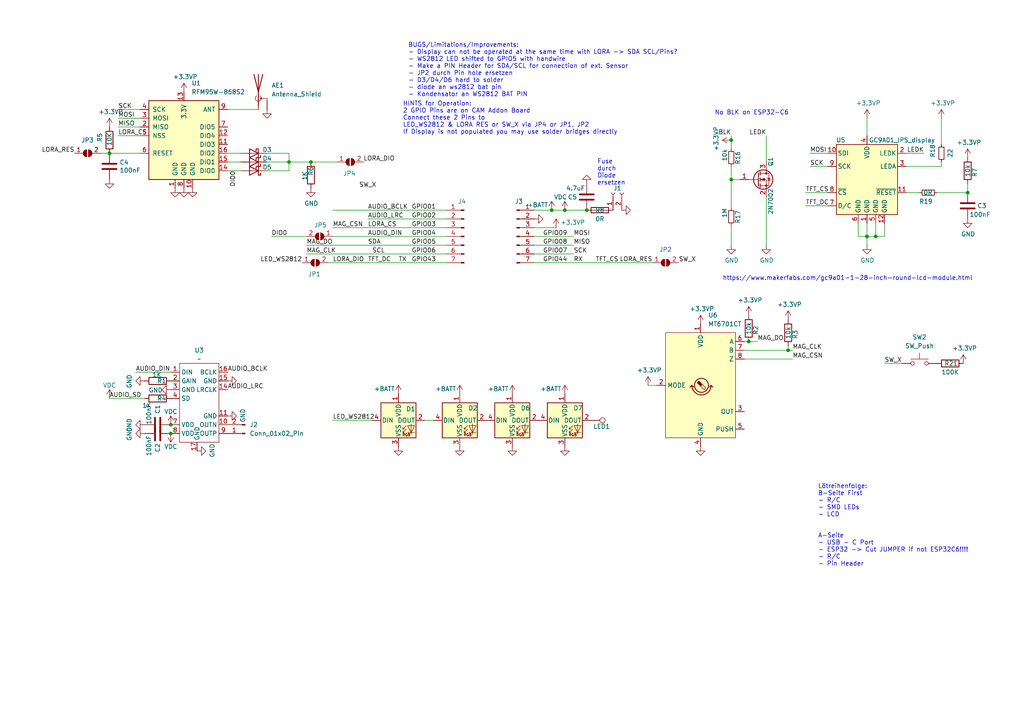
<source format=kicad_sch>
(kicad_sch (version 20231120) (generator "eeschema") (generator_version "8.0")
  (paper "A4")
  (lib_symbols
    (symbol "Connector:Conn_01x02_Female" (pin_names (offset 1.016) hide)
      (property "Reference" "J" (at 0 2.54 0))
      (property "Value" "Connector_Conn_01x02_Female" (at 0 -5.08 0))
      (symbol "Conn_01x02_Female_1_1"
        (arc (start 0 -2.032) (mid -0.508 -2.54) (end 0 -3.048) (stroke (width 0.1524)))
        (polyline (pts (xy -1.27 -2.54) (xy -0.508 -2.54)) (stroke (width 0.1524)))
        (polyline (pts (xy -1.27 0) (xy -0.508 0)) (stroke (width 0.1524)))
        (arc (start 0 0.508) (mid -0.508 0) (end 0 -0.508) (stroke (width 0.1524)))
        (pin passive line (at -5.08 0 0) (length 3.81) (name "Pin_1") (number "1"))
        (pin passive line (at -5.08 -2.54 0) (length 3.81) (name "Pin_2") (number "2"))
      )
    )
    (symbol "Connector:Conn_01x02_Pin" (pin_names (offset 1.016) hide)
      (property "Reference" "J" (at 0 2.54 0))
      (property "Value" "Conn_01x02_Pin" (at 0 -5.08 0))
      (symbol "Conn_01x02_Pin_1_1"
        (polyline (pts (xy 1.27 -2.54) (xy 0.8636 -2.54)) (stroke (width 0.1524)))
        (polyline (pts (xy 1.27 0) (xy 0.8636 0)) (stroke (width 0.1524)))
        (rectangle (start 0.8636 -2.413) (end 0 -2.667) (stroke (width 0.1524)) (fill (type outline)))
        (rectangle (start 0.8636 0.127) (end 0 -0.127) (stroke (width 0.1524)) (fill (type outline)))
        (pin passive line (at 5.08 0 180) (length 3.81) (name "Pin_1") (number "1"))
        (pin passive line (at 5.08 -2.54 180) (length 3.81) (name "Pin_2") (number "2"))
      )
    )
    (symbol "Connector:Conn_01x07_Pin" (pin_names (offset 1.016) hide)
      (property "Reference" "J" (at 0 10.16 0))
      (property "Value" "Conn_01x07_Pin" (at 0 -10.16 0))
      (symbol "Conn_01x07_Pin_1_1"
        (polyline (pts (xy 1.27 -7.62) (xy 0.8636 -7.62)) (stroke (width 0.1524)))
        (polyline (pts (xy 1.27 -5.08) (xy 0.8636 -5.08)) (stroke (width 0.1524)))
        (polyline (pts (xy 1.27 -2.54) (xy 0.8636 -2.54)) (stroke (width 0.1524)))
        (polyline (pts (xy 1.27 0) (xy 0.8636 0)) (stroke (width 0.1524)))
        (polyline (pts (xy 1.27 2.54) (xy 0.8636 2.54)) (stroke (width 0.1524)))
        (polyline (pts (xy 1.27 5.08) (xy 0.8636 5.08)) (stroke (width 0.1524)))
        (polyline (pts (xy 1.27 7.62) (xy 0.8636 7.62)) (stroke (width 0.1524)))
        (rectangle (start 0.8636 -7.493) (end 0 -7.747) (stroke (width 0.1524)) (fill (type outline)))
        (rectangle (start 0.8636 -4.953) (end 0 -5.207) (stroke (width 0.1524)) (fill (type outline)))
        (rectangle (start 0.8636 -2.413) (end 0 -2.667) (stroke (width 0.1524)) (fill (type outline)))
        (rectangle (start 0.8636 0.127) (end 0 -0.127) (stroke (width 0.1524)) (fill (type outline)))
        (rectangle (start 0.8636 2.667) (end 0 2.413) (stroke (width 0.1524)) (fill (type outline)))
        (rectangle (start 0.8636 5.207) (end 0 4.953) (stroke (width 0.1524)) (fill (type outline)))
        (rectangle (start 0.8636 7.747) (end 0 7.493) (stroke (width 0.1524)) (fill (type outline)))
        (pin passive line (at 5.08 7.62 180) (length 3.81) (name "Pin_1") (number "1"))
        (pin passive line (at 5.08 5.08 180) (length 3.81) (name "Pin_2") (number "2"))
        (pin passive line (at 5.08 2.54 180) (length 3.81) (name "Pin_3") (number "3"))
        (pin passive line (at 5.08 0 180) (length 3.81) (name "Pin_4") (number "4"))
        (pin passive line (at 5.08 -2.54 180) (length 3.81) (name "Pin_5") (number "5"))
        (pin passive line (at 5.08 -5.08 180) (length 3.81) (name "Pin_6") (number "6"))
        (pin passive line (at 5.08 -7.62 180) (length 3.81) (name "Pin_7") (number "7"))
      )
    )
    (symbol "Connector:TestPoint" (pin_numbers hide) (pin_names (offset 0.762) hide)
      (property "Reference" "TP" (at 0 6.858 0))
      (property "Value" "TestPoint" (at 0 5.08 0))
      (symbol "TestPoint_0_1"
        (circle (center 0 3.302) (radius 0.762))
      )
      (symbol "TestPoint_1_1"
        (pin passive line (at 0 0 90) (length 2.54) (name "1") (number "1"))
      )
    )
    (symbol "Device:Antenna_Shield" (pin_numbers hide) (pin_names (offset 1.016) hide)
      (property "Reference" "AE" (at -1.905 4.445 0))
      (property "Value" "Antenna_Shield" (at -1.905 2.54 0))
      (symbol "Antenna_Shield_0_1"
        (arc (start -0.508 -1.143) (mid -0.8429 -2.1194) (end 0 -2.667))
        (arc (start 0 -2.667) (mid 0.7989 -2.1052) (end 0.508 -1.143))
        (polyline (pts (xy 0 -2.54) (xy 0 0)))
        (polyline (pts (xy 0 5.08) (xy 0 -3.81)) (stroke (width 0.254)))
        (polyline (pts (xy 0.762 -1.905) (xy 2.54 -1.905)))
        (polyline (pts (xy 2.54 -2.54) (xy 2.54 -1.905)))
        (polyline (pts (xy 1.27 5.08) (xy 0 0) (xy -1.27 5.08)) (stroke (width 0.254)))
        (circle (center 0.762 -1.905) (radius 0.1778) (fill (type outline)))
      )
      (symbol "Antenna_Shield_1_1"
        (pin input line (at 0 -5.08 90) (length 2.54) (name "A") (number "1"))
        (pin input line (at 2.54 -5.08 90) (length 2.54) (name "Shield") (number "2"))
      )
    )
    (symbol "Device:C" (pin_numbers hide) (pin_names (offset 0.254))
      (property "Reference" "C" (at 0.635 2.54 0))
      (property "Value" "C" (at 0.635 -2.54 0))
      (symbol "C_0_1"
        (polyline (pts (xy -2.032 -0.762) (xy 2.032 -0.762)) (stroke (width 0.508)))
        (polyline (pts (xy -2.032 0.762) (xy 2.032 0.762)) (stroke (width 0.508)))
      )
      (symbol "C_1_1"
        (pin passive line (at 0 3.81 270) (length 2.794) (name "~") (number "1"))
        (pin passive line (at 0 -3.81 90) (length 2.794) (name "~") (number "2"))
      )
    )
    (symbol "Device:Fuse" (pin_numbers hide) (pin_names (offset 0))
      (property "Reference" "F" (at 2.032 0 90))
      (property "Value" "Fuse" (at -1.905 0 90))
      (symbol "Fuse_0_1"
        (rectangle (start -0.762 -2.54) (end 0.762 2.54) (stroke (width 0.254)))
        (polyline (pts (xy 0 2.54) (xy 0 -2.54)))
      )
      (symbol "Fuse_1_1"
        (pin passive line (at 0 3.81 270) (length 1.27) (name "~") (number "1"))
        (pin passive line (at 0 -3.81 90) (length 1.27) (name "~") (number "2"))
      )
    )
    (symbol "Device:R" (pin_numbers hide) (pin_names (offset 0))
      (property "Reference" "R" (at 2.032 0 90))
      (property "Value" "R" (at 0 0 90))
      (symbol "R_0_1"
        (rectangle (start -1.016 -2.54) (end 1.016 2.54) (stroke (width 0.254)))
      )
      (symbol "R_1_1"
        (pin passive line (at 0 3.81 270) (length 1.27) (name "~") (number "1"))
        (pin passive line (at 0 -3.81 90) (length 1.27) (name "~") (number "2"))
      )
    )
    (symbol "Device:R_Small" (pin_numbers hide) (pin_names (offset 0.254) hide)
      (property "Reference" "R" (at 0.762 0.508 0))
      (property "Value" "R_Small" (at 0.762 -1.016 0))
      (symbol "R_Small_0_1"
        (rectangle (start -0.762 1.778) (end 0.762 -1.778) (stroke (width 0.2032)))
      )
      (symbol "R_Small_1_1"
        (pin passive line (at 0 2.54 270) (length 0.762) (name "~") (number "1"))
        (pin passive line (at 0 -2.54 90) (length 0.762) (name "~") (number "2"))
      )
    )
    (symbol "Diode:MBR0530" (pin_numbers hide) (pin_names (offset 1.016) hide)
      (property "Reference" "D" (at 0 2.54 0))
      (property "Value" "MBR0530" (at 0 -2.54 0))
      (symbol "MBR0530_0_1"
        (polyline (pts (xy 1.27 0) (xy -1.27 0)))
        (polyline (pts (xy 1.27 1.27) (xy 1.27 -1.27) (xy -1.27 0) (xy 1.27 1.27)) (stroke (width 0.254)))
        (polyline (pts (xy -1.905 0.635) (xy -1.905 1.27) (xy -1.27 1.27) (xy -1.27 -1.27) (xy -0.635 -1.27) (xy -0.635 -0.635)) (stroke (width 0.254)))
      )
      (symbol "MBR0530_1_1"
        (pin passive line (at -3.81 0 0) (length 2.54) (name "K") (number "1"))
        (pin passive line (at 3.81 0 180) (length 2.54) (name "A") (number "2"))
      )
    )
    (symbol "Jumper:SolderJumper_2_Open" (pin_names (offset 0) hide)
      (property "Reference" "JP" (at 0 2.032 0))
      (property "Value" "SolderJumper_2_Open" (at 0 -2.54 0))
      (symbol "SolderJumper_2_Open_0_1"
        (arc (start -0.254 1.016) (mid -1.2656 0) (end -0.254 -1.016))
        (arc (start -0.254 1.016) (mid -1.2656 0) (end -0.254 -1.016) (fill (type outline)))
        (polyline (pts (xy -0.254 1.016) (xy -0.254 -1.016)))
        (polyline (pts (xy 0.254 1.016) (xy 0.254 -1.016)))
        (arc (start 0.254 -1.016) (mid 1.2656 0) (end 0.254 1.016))
        (arc (start 0.254 -1.016) (mid 1.2656 0) (end 0.254 1.016) (fill (type outline)))
      )
      (symbol "SolderJumper_2_Open_1_1"
        (pin passive line (at -3.81 0 0) (length 2.54) (name "A") (number "1"))
        (pin passive line (at 3.81 0 180) (length 2.54) (name "B") (number "2"))
      )
    )
    (symbol "LED:WS2812B" (pin_names (offset 0.254))
      (property "Reference" "D" (at 5.08 5.715 0))
      (property "Value" "WS2812B" (at 1.27 -5.715 0))
      (symbol "WS2812B_0_0"
        (text "RGB" (at 2.286 -4.191 0) (effects (font (size 0.762 0.762))))
      )
      (symbol "WS2812B_0_1"
        (polyline (pts (xy 1.27 -3.556) (xy 1.778 -3.556)))
        (polyline (pts (xy 1.27 -2.54) (xy 1.778 -2.54)))
        (polyline (pts (xy 4.699 -3.556) (xy 2.667 -3.556)))
        (polyline (pts (xy 2.286 -2.54) (xy 1.27 -3.556) (xy 1.27 -3.048)))
        (polyline (pts (xy 2.286 -1.524) (xy 1.27 -2.54) (xy 1.27 -2.032)))
        (polyline (pts (xy 3.683 -1.016) (xy 3.683 -3.556) (xy 3.683 -4.064)))
        (polyline (pts (xy 4.699 -1.524) (xy 2.667 -1.524) (xy 3.683 -3.556) (xy 4.699 -1.524)))
        (rectangle (start 5.08 5.08) (end -5.08 -5.08) (stroke (width 0.254)) (fill (type background)))
      )
      (symbol "WS2812B_1_1"
        (pin power_in line (at 0 7.62 270) (length 2.54) (name "VDD") (number "1"))
        (pin output line (at 7.62 0 180) (length 2.54) (name "DOUT") (number "2"))
        (pin power_in line (at 0 -7.62 90) (length 2.54) (name "VSS") (number "3"))
        (pin input line (at -7.62 0 0) (length 2.54) (name "DIN") (number "4"))
      )
    )
    (symbol "MAX98357AETE+T:MAX98357A"
      (property "Reference" "U3" (at -3.175 2.54 0))
      (property "Value" "~" (at -3.175 0 0))
      (symbol "MAX98357A_0_1"
        (rectangle (start -8.89 -1.27) (end 2.54 -24.13))
      )
      (symbol "MAX98357A_1_1"
        (pin input line (at -11.43 -3.81 0) (length 2.54) (name "DIN") (number "1"))
        (pin input line (at 5.08 -19.05 180) (length 2.54) (name "OUTN") (number "10"))
        (pin power_in line (at 5.08 -16.51 180) (length 2.54) (name "GND") (number "11"))
        (pin bidirectional line (at 5.08 -13.97 180) (length 2.54) hide (name "N.C.") (number "12"))
        (pin bidirectional line (at 5.08 -11.43 180) (length 2.54) hide (name "N.C.") (number "13"))
        (pin input line (at 5.08 -8.89 180) (length 2.54) (name "LRCLK") (number "14"))
        (pin power_in line (at 5.08 -6.35 180) (length 2.54) (name "GND") (number "15"))
        (pin input line (at 5.08 -3.81 180) (length 2.54) (name "BCLK") (number "16"))
        (pin power_in line (at -3.81 -26.67 90) (length 2.54) (name "GND") (number "17"))
        (pin input line (at -11.43 -6.35 0) (length 2.54) (name "GAIN") (number "2"))
        (pin power_in line (at -11.43 -8.89 0) (length 2.54) (name "GND") (number "3"))
        (pin bidirectional line (at -11.43 -11.43 0) (length 2.54) (name "SD") (number "4"))
        (pin bidirectional line (at -11.43 -13.97 0) (length 2.54) hide (name "N.C.") (number "5"))
        (pin bidirectional line (at -11.43 -16.51 0) (length 2.54) hide (name "N.C.") (number "6"))
        (pin power_in line (at -11.43 -19.05 0) (length 2.54) (name "VDD") (number "7"))
        (pin power_in line (at -11.43 -21.59 0) (length 2.54) (name "VDD") (number "8"))
        (pin input line (at 5.08 -21.59 180) (length 2.54) (name "OUTP") (number "9"))
      )
    )
    (symbol "RF_Module:RFM95W-868S2" (pin_names (offset 1.016))
      (property "Reference" "U" (at -10.414 11.684 0))
      (property "Value" "RFM95W-868S2" (at 1.524 11.43 0))
      (symbol "RFM95W-868S2_0_1"
        (rectangle (start -10.16 10.16) (end 10.16 -12.7) (stroke (width 0.254)) (fill (type background)))
      )
      (symbol "RFM95W-868S2_1_1"
        (pin power_in line (at -2.54 -15.24 90) (length 2.54) (name "GND") (number "1"))
        (pin power_in line (at 2.54 -15.24 90) (length 2.54) (name "GND") (number "10"))
        (pin bidirectional line (at 12.7 -2.54 180) (length 2.54) (name "DIO3") (number "11"))
        (pin bidirectional line (at 12.7 0 180) (length 2.54) (name "DIO4") (number "12"))
        (pin power_in line (at 0 12.7 270) (length 2.54) (name "3.3V") (number "13"))
        (pin bidirectional line (at 12.7 -10.16 180) (length 2.54) (name "DIO0") (number "14"))
        (pin bidirectional line (at 12.7 -7.62 180) (length 2.54) (name "DIO1") (number "15"))
        (pin bidirectional line (at 12.7 -5.08 180) (length 2.54) (name "DIO2") (number "16"))
        (pin output line (at -12.7 2.54 0) (length 2.54) (name "MISO") (number "2"))
        (pin input line (at -12.7 5.08 0) (length 2.54) (name "MOSI") (number "3"))
        (pin input line (at -12.7 7.62 0) (length 2.54) (name "SCK") (number "4"))
        (pin input line (at -12.7 0 0) (length 2.54) (name "NSS") (number "5"))
        (pin bidirectional line (at -12.7 -5.08 0) (length 2.54) (name "RESET") (number "6"))
        (pin bidirectional line (at 12.7 2.54 180) (length 2.54) (name "DIO5") (number "7"))
        (pin power_in line (at 0 -15.24 90) (length 2.54) (name "GND") (number "8"))
        (pin bidirectional line (at 12.7 7.62 180) (length 2.54) (name "ANT") (number "9"))
      )
    )
    (symbol "Sensor_Magnetic:MT6701CT"
      (property "Reference" "U" (at -9.6632 16.4397 0))
      (property "Value" "MT6701CT" (at 5.5155 16.4397 0))
      (symbol "MT6701CT_0_1"
        (arc (start -2.54 0) (mid 0.254 -2.7819) (end 3.048 0) (stroke (width 0.254)))
        (polyline (pts (xy -2.54 0) (xy -3.048 -0.508)) (stroke (width 0.254)))
        (polyline (pts (xy -2.54 0) (xy -2.032 -0.508)) (stroke (width 0.254)))
        (polyline (pts (xy 3.048 0) (xy 2.54 -0.508)) (stroke (width 0.254)))
        (polyline (pts (xy 3.048 0) (xy 3.556 -0.508)) (stroke (width 0.254)))
      )
      (symbol "MT6701CT_1_1"
        (rectangle (start -10.16 15.24) (end 10.16 -15.24) (fill (type background)))
        (polyline (pts (xy 0.508 0.254) (xy 1.524 -0.762) (xy 1.016 -1.27) (xy 0 -0.254)))
        (polyline (pts (xy -0.508 1.27) (xy 0.508 0.254) (xy 0 -0.254) (xy -1.016 0.762) (xy -0.762 1.016) (xy -0.508 1.27) (xy -0.381 1.143)) (fill (type outline)))
        (circle (center 0.254 0) (radius 2.032) (stroke (width 0.254)))
        (pin power_in line (at 0 17.78 270) (length 2.54) (name "VDD") (number "1"))
        (pin input line (at -12.7 0 0) (length 2.54) (name "MODE") (number "2"))
        (pin output line (at 12.7 -7.62 180) (length 2.54) (name "OUT") (number "3"))
        (pin power_in line (at 0 -17.78 90) (length 2.54) (name "GND") (number "4"))
        (pin output line (at 12.7 -12.7 180) (length 2.54) (name "PUSH") (number "5"))
        (pin output line (at 12.7 12.7 180) (length 2.54) (name "A") (number "6"))
        (pin output line (at 12.7 10.16 180) (length 2.54) (name "B") (number "7"))
        (pin output line (at 12.7 7.62 180) (length 2.54) (name "Z") (number "8"))
      )
    )
    (symbol "Switch:SW_Push" (pin_numbers hide) (pin_names (offset 1.016) hide)
      (property "Reference" "SW" (at 1.27 2.54 0))
      (property "Value" "SW_Push" (at 0 -1.524 0))
      (symbol "SW_Push_0_1"
        (circle (center -2.032 0) (radius 0.508))
        (polyline (pts (xy 0 1.27) (xy 0 3.048)))
        (polyline (pts (xy 2.54 1.27) (xy -2.54 1.27)))
        (circle (center 2.032 0) (radius 0.508))
        (pin passive line (at -5.08 0 0) (length 2.54) (name "1") (number "1"))
        (pin passive line (at 5.08 0 180) (length 2.54) (name "2") (number "2"))
      )
    )
    (symbol "Transistor_FET:2N7002" (pin_names hide)
      (property "Reference" "Q" (at 5.08 1.905 0))
      (property "Value" "2N7002" (at 5.08 0 0))
      (symbol "2N7002_0_1"
        (polyline (pts (xy 0.254 0) (xy -2.54 0)))
        (polyline (pts (xy 0.254 1.905) (xy 0.254 -1.905)) (stroke (width 0.254)))
        (polyline (pts (xy 0.762 -1.27) (xy 0.762 -2.286)) (stroke (width 0.254)))
        (polyline (pts (xy 0.762 0.508) (xy 0.762 -0.508)) (stroke (width 0.254)))
        (polyline (pts (xy 0.762 2.286) (xy 0.762 1.27)) (stroke (width 0.254)))
        (polyline (pts (xy 2.54 2.54) (xy 2.54 1.778)))
        (polyline (pts (xy 2.54 -2.54) (xy 2.54 0) (xy 0.762 0)))
        (polyline (pts (xy 0.762 -1.778) (xy 3.302 -1.778) (xy 3.302 1.778) (xy 0.762 1.778)))
        (polyline (pts (xy 1.016 0) (xy 2.032 0.381) (xy 2.032 -0.381) (xy 1.016 0)) (fill (type outline)))
        (polyline (pts (xy 2.794 0.508) (xy 2.921 0.381) (xy 3.683 0.381) (xy 3.81 0.254)))
        (polyline (pts (xy 3.302 0.381) (xy 2.921 -0.254) (xy 3.683 -0.254) (xy 3.302 0.381)))
        (circle (center 1.651 0) (radius 2.794) (stroke (width 0.254)))
        (circle (center 2.54 -1.778) (radius 0.254) (fill (type outline)))
        (circle (center 2.54 1.778) (radius 0.254) (fill (type outline)))
      )
      (symbol "2N7002_1_1"
        (pin input line (at -5.08 0 0) (length 2.54) (name "G") (number "1"))
        (pin passive line (at 2.54 -5.08 90) (length 2.54) (name "S") (number "2"))
        (pin passive line (at 2.54 5.08 270) (length 2.54) (name "D") (number "3"))
      )
    )
    (symbol "open-Smartwatch:GC9A01_IPS_display_SPI" (pin_names (offset 0.381))
      (property "Reference" "U" (at -7.62 11.43 0))
      (property "Value" "GC9A01_IPS_display_SPI" (at 12.7 11.43 0))
      (symbol "GC9A01_IPS_display_SPI_0_0"
        (pin power_in line (at 0 -12.7 90) (length 2.54) (name "GND") (number "1"))
        (pin bidirectional line (at -11.43 7.62 0) (length 2.54) (name "SDI") (number "10"))
        (pin input line (at 11.43 -3.81 180) (length 2.54) (name "~{RESET}") (number "11"))
        (pin power_in line (at 5.08 -12.7 90) (length 2.54) (name "GND") (number "12"))
        (pin passive line (at 11.43 7.62 180) (length 2.54) (name "LEDK") (number "2"))
        (pin passive line (at 11.43 3.81 180) (length 2.54) (name "LEDA") (number "3"))
        (pin power_in line (at 0 12.7 270) (length 2.54) (name "VDD") (number "4"))
        (pin power_in line (at 2.54 -12.7 90) (length 2.54) (name "GND") (number "5"))
        (pin power_in line (at -2.54 -12.7 90) (length 2.54) (name "GND") (number "6"))
        (pin input line (at -11.43 -7.62 0) (length 2.54) (name "D/C") (number "7"))
        (pin input line (at -11.43 -3.81 0) (length 2.54) (name "~{CS}") (number "8"))
        (pin input line (at -11.43 3.81 0) (length 2.54) (name "SCK") (number "9"))
      )
      (symbol "GC9A01_IPS_display_SPI_0_1"
        (rectangle (start -8.89 10.16) (end 8.89 -10.16) (stroke (width 0.2032)) (fill (type background)))
      )
    )
    (symbol "power:+3.3VP" (power) (pin_names (offset 0))
      (property "Value" "+3.3VP" (at 0 2.54 0))
      (symbol "+3.3VP_0_0"
        (pin power_in line (at 0 0 90) (length 0) hide (name "+3.3VP") (number "1"))
      )
      (symbol "+3.3VP_0_1"
        (polyline (pts (xy -0.762 1.27) (xy 0 2.54)))
        (polyline (pts (xy 0 0) (xy 0 2.54)))
        (polyline (pts (xy 0 2.54) (xy 0.762 1.27)))
      )
    )
    (symbol "power:+BATT" (power) (pin_numbers hide) (pin_names (offset 0) hide)
      (property "Value" "+BATT" (at 0 3.556 0))
      (symbol "+BATT_0_1"
        (polyline (pts (xy -0.762 1.27) (xy 0 2.54)))
        (polyline (pts (xy 0 0) (xy 0 2.54)))
        (polyline (pts (xy 0 2.54) (xy 0.762 1.27)))
      )
      (symbol "+BATT_1_1"
        (pin power_in line (at 0 0 90) (length 0) (name "~") (number "1"))
      )
    )
    (symbol "power:GND" (power) (pin_names (offset 0))
      (property "Value" "GND" (at 0 -3.81 0))
      (symbol "GND_0_1"
        (polyline (pts (xy 0 0) (xy 0 -1.27) (xy 1.27 -1.27) (xy 0 -2.54) (xy -1.27 -1.27) (xy 0 -1.27)))
      )
      (symbol "GND_1_1"
        (pin power_in line (at 0 0 270) (length 0) hide (name "GND") (number "1"))
      )
    )
    (symbol "power:VDC" (power) (pin_names (offset 0))
      (property "Value" "VDC" (at 0 6.35 0))
      (symbol "VDC_0_1"
        (polyline (pts (xy -0.762 1.27) (xy 0 2.54)))
        (polyline (pts (xy 0 0) (xy 0 2.54)))
        (polyline (pts (xy 0 2.54) (xy 0.762 1.27)))
      )
      (symbol "VDC_1_1"
        (pin power_in line (at 0 0 90) (length 0) hide (name "VDC") (number "1"))
      )
    )
  )
  (junction (at 90.17 46.99))
  (junction (at 251.46 68.58))
  (junction (at 160.02 60.96))
  (junction (at 83.82 46.99))
  (junction (at 217.17 99.06))
  (junction (at 212.09 40.64))
  (junction (at 49.53 125.73))
  (junction (at 49.53 123.19))
  (junction (at 280.67 55.88))
  (junction (at 31.75 44.45))
  (junction (at 228.6 101.6))
  (junction (at 170.18 60.96))
  (junction (at 254 68.58))
  (junction (at 212.09 52.07))
  (junction (at 163.83 60.96))
  (wire (pts (xy 262.89 55.88) (xy 266.7 55.88)))
  (wire (pts (xy 240.03 48.26) (xy 234.95 48.26)))
  (wire (pts (xy 256.54 64.77) (xy 256.54 68.58)))
  (wire (pts (xy 31.75 115.57) (xy 41.91 115.57)))
  (wire (pts (xy 34.29 31.75) (xy 40.64 31.75)))
  (wire (pts (xy 77.47 49.53) (xy 83.82 49.53)))
  (wire (pts (xy 154.94 60.96) (xy 160.02 60.96)))
  (wire (pts (xy 215.9 101.6) (xy 228.6 101.6)))
  (wire (pts (xy 34.29 36.83) (xy 40.64 36.83)))
  (wire (pts (xy 78.74 68.58) (xy 88.9 68.58)))
  (wire (pts (xy 83.82 46.99) (xy 83.82 44.45)))
  (wire (pts (xy 96.52 121.92) (xy 107.95 121.92)))
  (wire (pts (xy 83.82 49.53) (xy 83.82 46.99)))
  (wire (pts (xy 90.17 46.99) (xy 83.82 46.99)))
  (wire (pts (xy 96.52 66.04) (xy 129.54 66.04)))
  (wire (pts (xy 39.37 107.95) (xy 49.53 107.95)))
  (wire (pts (xy 66.04 46.99) (xy 69.85 46.99)))
  (wire (pts (xy 212.09 52.07) (xy 212.09 60.325)))
  (wire (pts (xy 240.03 55.88) (xy 233.68 55.88)))
  (wire (pts (xy 66.04 49.53) (xy 69.85 49.53)))
  (wire (pts (xy 154.94 71.12) (xy 166.37 71.12)))
  (wire (pts (xy 66.04 31.75) (xy 74.93 31.75)))
  (wire (pts (xy 160.02 60.96) (xy 163.83 60.96)))
  (wire (pts (xy 251.46 68.58) (xy 248.92 68.58)))
  (wire (pts (xy 83.82 44.45) (xy 77.47 44.45)))
  (wire (pts (xy 251.46 68.58) (xy 251.46 71.12)))
  (wire (pts (xy 212.09 40.64) (xy 212.09 43.18)))
  (wire (pts (xy 88.9 71.12) (xy 129.54 71.12)))
  (wire (pts (xy 163.83 60.96) (xy 170.18 60.96)))
  (wire (pts (xy 154.94 73.66) (xy 166.37 73.66)))
  (wire (pts (xy 280.67 53.34) (xy 280.67 55.88)))
  (wire (pts (xy 212.09 52.07) (xy 214.63 52.07)))
  (wire (pts (xy 217.17 99.06) (xy 219.71 99.06)))
  (wire (pts (xy 273.05 41.91) (xy 273.05 34.29)))
  (wire (pts (xy 95.25 76.2) (xy 129.54 76.2)))
  (wire (pts (xy 273.05 48.26) (xy 262.89 48.26)))
  (wire (pts (xy 256.54 105.41) (xy 261.62 105.41)))
  (wire (pts (xy 34.29 34.29) (xy 40.64 34.29)))
  (wire (pts (xy 66.04 44.45) (xy 69.85 44.45)))
  (wire (pts (xy 154.94 66.04) (xy 161.29 66.04)))
  (wire (pts (xy 96.52 60.96) (xy 129.54 60.96)))
  (wire (pts (xy 212.09 39.37) (xy 212.09 40.64)))
  (wire (pts (xy 77.47 46.99) (xy 83.82 46.99)))
  (wire (pts (xy 248.92 64.77) (xy 248.92 68.58)))
  (wire (pts (xy 96.52 68.58) (xy 129.54 68.58)))
  (wire (pts (xy 251.46 34.29) (xy 251.46 39.37)))
  (wire (pts (xy 222.25 71.12) (xy 222.25 57.15)))
  (wire (pts (xy 228.6 101.6) (xy 229.87 101.6)))
  (wire (pts (xy 256.54 68.58) (xy 254 68.58)))
  (wire (pts (xy 123.19 121.92) (xy 125.73 121.92)))
  (wire (pts (xy 212.09 48.26) (xy 212.09 52.07)))
  (wire (pts (xy 187.96 111.76) (xy 190.5 111.76)))
  (wire (pts (xy 273.05 46.99) (xy 273.05 48.26)))
  (wire (pts (xy 154.94 76.2) (xy 189.23 76.2)))
  (wire (pts (xy 106.68 63.5) (xy 129.54 63.5)))
  (wire (pts (xy 267.97 44.45) (xy 262.89 44.45)))
  (wire (pts (xy 240.03 44.45) (xy 234.95 44.45)))
  (wire (pts (xy 215.9 104.14) (xy 229.87 104.14)))
  (wire (pts (xy 222.25 39.37) (xy 222.25 46.99)))
  (wire (pts (xy 271.78 55.88) (xy 280.67 55.88)))
  (wire (pts (xy 29.21 44.45) (xy 31.75 44.45)))
  (wire (pts (xy 254 68.58) (xy 251.46 68.58)))
  (wire (pts (xy 251.46 64.77) (xy 251.46 68.58)))
  (wire (pts (xy 215.9 99.06) (xy 217.17 99.06)))
  (wire (pts (xy 212.09 71.12) (xy 212.09 65.405)))
  (wire (pts (xy 254 64.77) (xy 254 68.58)))
  (wire (pts (xy 97.79 46.99) (xy 90.17 46.99)))
  (wire (pts (xy 31.75 44.45) (xy 40.64 44.45)))
  (wire (pts (xy 240.03 59.69) (xy 233.68 59.69)))
  (wire (pts (xy 34.29 39.37) (xy 40.64 39.37)))
  (wire (pts (xy 228.6 100.33) (xy 228.6 101.6)))
  (wire (pts (xy 154.94 68.58) (xy 166.37 68.58)))
  (wire (pts (xy 88.9 73.66) (xy 129.54 73.66)))
  (text "Lötreihenfolge:\nB-Seite First\n- R/C\n- SMD LEDs\n- LCD\n\n\nA-Seite\n- USB - C Port\n- ESP32 -> Cut JUMPER if not ESP32C6!!!!\n- R/C\n- Pin Header" (at 237.236 152.4 0) (effects (font (size 1.27 1.27)) (justify left)))
  (text "HINTS for Operation:\n2 GPIO Pins are on CAM Addon Board\nConnect these 2 Pins to \nLED_WS2812 & LORA RES or SW_X via JP4 or JP1, JP2\nIf Display is not populated you may use solder bridges directly\n\n" (at 116.84 35.306 0) (effects (font (size 1.27 1.27)) (justify left)))
  (text "No BLK on ESP32-C6" (at 207.264 32.766 0) (effects (font (size 1.27 1.27)) (justify left)))
  (text "https://www.makerfabs.com/gc9a01-1-28-inch-round-lcd-module.html" (at 245.872 80.772 0) (effects (font (size 1.27 1.27))))
  (text "Fuse\ndurch\nDiode \nersetzen" (at 173.228 50.038 0) (effects (font (size 1.27 1.27)) (justify left)))
  (text "BUGS/Limitations/Improvements:\n- Display can not be operated at the same time with LORA -> SDA SCL/Pins?\n- WS2812 LED shifted to GPIO5 with handwire\n- Make a PIN Header for SDA/SCL for connection of ext. Sensor\n- JP2 durch Pin hole ersetzen\n- D3/D4/D6 hard to solder\n- diode an ws2812 bat pin\n- Kondensator an WS2812 BAT PIN" (at 118.364 20.32 0) (effects (font (size 1.27 1.27)) (justify left)))
  (label "AUDIO_BCLK" (at 66.04 107.95 0))
  (label "MAG_CSN" (at 229.87 104.14 0))
  (label "SW_X" (at 104.14 54.61 0))
  (label "AUDIO_SD" (at 31.75 115.57 0))
  (label "DIO0" (at 78.74 68.58 0))
  (label "TX" (at 115.57 76.2 0))
  (label "RX" (at 166.37 76.2 0))
  (label "SW_X" (at 196.85 76.2 0))
  (label "AUDIO_DIN" (at 106.68 68.58 0))
  (label "TFT_DC" (at 233.68 59.69 0))
  (label "GPIO03" (at 119.38 66.04 0))
  (label "LEDK" (at 222.25 39.37 180))
  (label "LED_WS2812" (at 87.63 76.2 180))
  (label "GPIO43" (at 119.38 76.2 0))
  (label "SCK" (at 166.37 73.66 0))
  (label "MAG_DO" (at 88.9 71.12 0))
  (label "SCK" (at 34.29 31.75 0))
  (label "SCK" (at 234.95 48.26 0))
  (label "GPIO08" (at 157.48 71.12 0))
  (label "MISO" (at 166.37 71.12 0))
  (label "TFT_DC" (at 106.68 76.2 0))
  (label "LEDK" (at 267.97 44.45 180))
  (label "AUDIO_DIN" (at 39.37 107.95 0))
  (label "LORA_DIO" (at 96.52 76.2 0))
  (label "MAG_DO" (at 219.71 99.06 0))
  (label "GPIO01" (at 119.38 60.96 0))
  (label "LED_WS2812" (at 96.52 121.92 0))
  (label "MAG_CLK" (at 229.87 101.6 0))
  (label "MOSI" (at 234.95 44.45 0))
  (label "GPIO07" (at 157.48 73.66 0))
  (label "GPIO05" (at 119.38 71.12 0))
  (label "AUDIO_LRC" (at 106.68 63.5 0))
  (label "DIO0" (at 68.58 49.53 270))
  (label "LORA_CS" (at 34.29 39.37 0))
  (label "MOSI" (at 34.29 34.29 0))
  (label "SW_X" (at 256.54 105.41 0))
  (label "LORA_CS" (at 106.68 66.04 0))
  (label "TFT_CS" (at 172.72 76.2 0))
  (label "MAG_CLK" (at 88.9 73.66 0))
  (label "SCL" (at 107.95 73.66 0))
  (label "MISO" (at 34.29 36.83 0))
  (label "GPIO44" (at 157.48 76.2 0))
  (label "AUDIO_LRC" (at 66.04 113.03 0))
  (label "BLK" (at 212.09 39.37 180))
  (label "GPIO02" (at 119.38 63.5 0))
  (label "TFT_CS" (at 233.68 55.88 0))
  (label "MOSI" (at 166.37 68.58 0))
  (label "MAG_CSN" (at 96.52 66.04 0))
  (label "GPIO04" (at 119.38 68.58 0))
  (label "LORA_RES" (at 189.23 76.2 180))
  (label "GPIO09" (at 157.48 68.58 0))
  (label "LORA_DIO" (at 105.41 46.99 0))
  (label "GPIO06" (at 119.38 73.66 0))
  (label "AUDIO_BCLK" (at 106.68 60.96 0))
  (label "SDA" (at 106.68 71.12 0))
  (label "LORA_RES" (at 21.59 44.45 180))
  (symbol (lib_id "Device:R") (at 280.67 49.53 0) (unit 1)
    (property "Reference" "R7" (at 282.702 50.038 90))
    (property "Value" "10k" (at 280.67 49.53 90))
    (property "Footprint" "Resistor_SMD:R_0603_1608Metric_Pad0.98x0.95mm_HandSolder" (effects (hide yes)))
  )
  (symbol (lib_id "Device:Fuse") (at 173.99 60.96 270) (unit 1)
    (property "Reference" "R8" (at 173.99 60.96 90))
    (property "Value" "0R" (at 173.99 63.5 90))
    (property "Footprint" "Resistor_SMD:R_0805_2012Metric_Pad1.20x1.40mm_HandSolder" (effects (hide yes)))
  )
  (symbol (lib_id "Device:R") (at 31.75 40.64 180) (unit 1)
    (property "Reference" "R5" (at 28.956 39.878 90))
    (property "Value" "10K" (at 31.75 40.386 90))
    (property "Footprint" "Resistor_SMD:R_0805_2012Metric_Pad1.20x1.40mm_HandSolder" (effects (hide yes)))
  )
  (symbol (lib_id "RF_Module:RFM95W-868S2") (at 53.34 39.37 0) (unit 1)
    (property "Reference" "U1" (at 55.5341 24.13 0) (effects (justify left)))
    (property "Value" "RFM95W-868S2" (at 55.5341 26.67 0) (effects (justify left)))
    (property "Footprint" "RF_Module:HOPERF_RFM9XW_SMD" (effects (hide yes)))
    (property "Datasheet" "https://www.hoperf.com/data/upload/portal/20181127/5bfcbea20e9ef.pdf" (effects (hide yes)))
    (property "Description" "Low power long range transceiver module, SPI and parallel interface, 868 MHz, spreading factor 6 to12, bandwidth 7.8 to 500kHz, -111 to -148 dBm, SMD-16, DIP-16" (effects (hide yes)))
  )
  (symbol (lib_id "Device:R_Small") (at 273.05 44.45 0) (unit 1)
    (property "Reference" "R18" (at 270.51 45.72 90) (effects (justify left)))
    (property "Value" "22" (at 275.59 45.72 90) (effects (justify left)))
    (property "Footprint" "Resistor_SMD:R_0603_1608Metric" (effects (hide yes)))
  )
  (symbol (lib_id "LED:WS2812B") (at 148.59 121.92 0) (unit 1)
    (property "Reference" "D6" (at 152.4 118.364 0))
    (property "Value" "WS2812B" (effects (hide yes)))
    (property "Footprint" "LED_SMD:LED_WS2812B_PLCC4_5.0x5.0mm_P3.2mm" (effects (hide yes)))
    (property "Datasheet" "https://cdn-shop.adafruit.com/datasheets/WS2812B.pdf" (effects (hide yes)))
    (property "Description" "RGB LED with integrated controller" (effects (hide yes)))
  )
  (symbol (lib_id "Transistor_FET:2N7002") (at 219.71 52.07 0) (unit 1)
    (property "Reference" "Q1" (at 223.52 48.26 90) (effects (justify left)))
    (property "Value" "2N7002" (at 223.52 62.23 90) (effects (justify left)))
    (property "Footprint" "Package_TO_SOT_SMD:SOT-23" (effects (hide yes)))
    (property "Datasheet" "https://www.fairchildsemi.com/datasheets/2N/2N7002.pdf" (effects (hide yes)))
  )
  (symbol (lib_id "Switch:SW_Push") (at 266.7 105.41 0) (mirror y) (unit 1)
    (property "Reference" "SW2" (at 266.7 97.79 0))
    (property "Value" "SW_Push" (at 266.7 100.33 0))
    (property "Footprint" "tp4056:SW_SPST_CK_KMS2xxGP" (effects (hide yes)))
    (property "Datasheet" "https://de.aliexpress.com/item/32873390410.html?spm=a2g0o.order_list.order_list_main.19.55be5c5fZTEE2H&gatewayAdapt=glo2deu#nav-review" (effects (hide yes)))
  )
  (symbol (lib_id "power:GND") (at 41.91 125.73 270) (unit 1)
    (property "Reference" "#PWR09" (effects (hide yes)))
    (property "Value" "GND" (at 37.5158 125.857 0))
  )
  (symbol (lib_id "power:GND") (at 90.17 54.61 0) (unit 1)
    (property "Reference" "#PWR025" (effects (hide yes)))
    (property "Value" "GND" (at 90.297 59.0042 0))
  )
  (symbol (lib_id "Connector:Conn_01x02_Pin") (at 71.12 125.73 180) (unit 1)
    (property "Reference" "J2" (at 72.39 123.1899 0) (effects (justify right)))
    (property "Value" "Conn_01x02_Pin" (at 72.39 125.7299 0) (effects (justify right)))
    (property "Footprint" "Connector_PinHeader_2.54mm:PinHeader_1x02_P2.54mm_Vertical" (effects (hide yes)))
  )
  (symbol (lib_id "Device:R_Small") (at 269.24 55.88 90) (unit 1)
    (property "Reference" "R19" (at 270.51 58.42 90) (effects (justify left)))
    (property "Value" "0R" (at 270.51 55.88 90) (effects (justify left)))
    (property "Footprint" "Resistor_SMD:R_0805_2012Metric_Pad1.20x1.40mm_HandSolder" (effects (hide yes)))
  )
  (symbol (lib_id "Device:R") (at 45.72 110.49 90) (unit 1)
    (property "Reference" "R1" (at 48.26 110.49 90) (effects (justify left)))
    (property "Value" "1K" (at 46.863 108.712 90) (effects (justify left)))
    (property "Footprint" "Resistor_SMD:R_0805_2012Metric_Pad1.20x1.40mm_HandSolder" (effects (hide yes)))
  )
  (symbol (lib_id "power:GND") (at 180.34 60.96 90) (unit 1)
    (property "Reference" "#PWR038" (effects (hide yes)))
    (property "Value" "GND" (effects (hide yes)))
  )
  (symbol (lib_id "power:GND") (at 133.35 129.54 0) (unit 1)
    (property "Reference" "#PWR036" (effects (hide yes)))
    (property "Value" "GND" (effects (hide yes)))
  )
  (symbol (lib_id "Diode:MBR0530") (at 73.66 44.45 180) (unit 1)
    (property "Reference" "D3" (at 77.47 43.434 0))
    (property "Value" "MBR0530" (effects (hide yes)))
    (property "Footprint" "Diode_SMD:D_SOD-323" (effects (hide yes)))
    (property "Datasheet" "http://www.mccsemi.com/up_pdf/MBR0520~MBR0580(SOD123).pdf" (effects (hide yes)))
    (property "Description" "30V 0.5A Schottky Power Rectifier Diode, SOD-123" (effects (hide yes)))
  )
  (symbol (lib_id "power:GND") (at 49.53 113.03 270) (unit 1)
    (property "Reference" "#PWR010" (effects (hide yes)))
    (property "Value" "GND" (at 45.1358 113.157 90))
  )
  (symbol (lib_id "Device:C") (at 45.72 125.73 270) (unit 1)
    (property "Reference" "C2" (at 45.72 128.524 0) (effects (justify left)))
    (property "Value" "100nF" (at 43.18 126.238 0) (effects (justify left)))
    (property "Footprint" "Capacitor_SMD:C_0805_2012Metric_Pad1.18x1.45mm_HandSolder" (effects (hide yes)))
  )
  (symbol (lib_id "power:GND") (at 280.67 63.5 0) (unit 1)
    (property "Reference" "#PWR024" (effects (hide yes)))
    (property "Value" "GND" (at 280.797 67.8942 0))
  )
  (symbol (lib_id "power:VDC") (at 163.83 60.96 0) (unit 1)
    (property "Reference" "#PWR021" (effects (hide yes)))
    (property "Value" "VDC" (at 162.56 57.15 0))
  )
  (symbol (lib_id "power:GND") (at 222.25 71.12 0) (unit 1)
    (property "Reference" "#PWR048" (effects (hide yes)))
    (property "Value" "GND" (at 222.377 75.5142 0))
  )
  (symbol (lib_id "power:VDC") (at 31.75 115.57 0) (unit 1)
    (property "Reference" "#PWR022" (effects (hide yes)))
    (property "Value" "VDC" (at 31.75 111.76 0))
  )
  (symbol (lib_id "power:+BATT") (at 148.59 114.3 0) (unit 1)
    (property "Reference" "#PWR029" (effects (hide yes)))
    (property "Value" "+BATT" (at 144.526 112.776 0))
    (property "Description" "Power symbol creates a global label with name \"+BATT\"" (effects (hide yes)))
  )
  (symbol (lib_id "power:+BATT") (at 160.02 60.96 0) (unit 1)
    (property "Reference" "#PWR03" (effects (hide yes)))
    (property "Value" "+BATT" (at 155.956 59.436 0))
    (property "Description" "Power symbol creates a global label with name \"+BATT\"" (effects (hide yes)))
  )
  (symbol (lib_id "Connector:Conn_01x07_Pin") (at 149.86 68.58 0) (unit 1)
    (property "Reference" "J3" (at 150.495 58.42 0))
    (property "Value" "Conn_01x07_Pin" (effects (hide yes)))
    (property "Footprint" "Connector_PinHeader_2.54mm:PinHeader_1x07_P2.54mm_Vertical" (effects (hide yes)))
    (property "Description" "Generic connector, single row, 01x07, script generated" (effects (hide yes)))
  )
  (symbol (lib_id "power:GND") (at 77.47 31.75 0) (unit 1)
    (property "Reference" "#PWR037" (effects (hide yes)))
    (property "Value" "GND" (effects (hide yes)))
  )
  (symbol (lib_id "Jumper:SolderJumper_2_Open") (at 91.44 76.2 0) (unit 1)
    (property "Reference" "JP1" (at 91.186 79.502 0))
    (property "Value" "SolderJumper_2_Open" (effects (hide yes)))
    (property "Footprint" "Jumper:SolderJumper-2_P1.3mm_Open_RoundedPad1.0x1.5mm" (effects (hide yes)))
    (property "Description" "Solder Jumper, 2-pole, open" (effects (hide yes)))
  )
  (symbol (lib_id "power:GND") (at 66.04 120.65 90) (unit 1)
    (property "Reference" "#PWR016" (effects (hide yes)))
    (property "Value" "GND" (at 70.4342 120.523 0))
  )
  (symbol (lib_id "power:GND") (at 41.91 110.49 270) (unit 1)
    (property "Reference" "#PWR04" (effects (hide yes)))
    (property "Value" "GND" (at 37.5158 110.617 0))
  )
  (symbol (lib_id "power:VDC") (at 49.53 123.19 0) (unit 1)
    (property "Reference" "#PWR012" (effects (hide yes)))
    (property "Value" "VDC" (at 49.53 119.38 0))
  )
  (symbol (lib_id "Connector:TestPoint") (at 171.45 121.92 270) (unit 1)
    (property "Reference" "LED1" (at 174.498 123.698 90))
    (property "Value" "TestPoint" (effects (hide yes)))
    (property "Footprint" "TestPoint:TestPoint_Pad_1.5x1.5mm" (effects (hide yes)))
    (property "Description" "test point" (effects (hide yes)))
  )
  (symbol (lib_id "power:+3.3VP") (at 251.46 34.29 0) (unit 1)
    (property "Reference" "#PWR051" (effects (hide yes)))
    (property "Value" "+3.3VP" (at 251.841 29.8958 0))
  )
  (symbol (lib_id "power:+3.3VP") (at 31.75 36.83 0) (unit 1)
    (property "Reference" "#PWR034" (effects (hide yes)))
    (property "Value" "+3.3VP" (at 32.131 32.4358 0))
  )
  (symbol (lib_id "Device:C") (at 31.75 48.26 180) (unit 1)
    (property "Reference" "C4" (at 34.671 47.0916 0) (effects (justify right)))
    (property "Value" "100nF" (at 34.671 49.403 0) (effects (justify right)))
    (property "Footprint" "Capacitor_SMD:C_0805_2012Metric_Pad1.18x1.45mm_HandSolder" (effects (hide yes)))
  )
  (symbol (lib_id "Device:R") (at 217.17 95.25 0) (unit 1)
    (property "Reference" "R2" (at 219.202 95.758 90))
    (property "Value" "10k" (at 217.17 95.25 90))
    (property "Footprint" "Resistor_SMD:R_0805_2012Metric_Pad1.20x1.40mm_HandSolder" (effects (hide yes)))
  )
  (symbol (lib_id "power:+3.3VP") (at 280.67 45.72 0) (unit 1)
    (property "Reference" "#PWR023" (effects (hide yes)))
    (property "Value" "+3.3VP" (at 281.051 41.3258 0))
  )
  (symbol (lib_id "power:GND") (at 57.15 130.81 90) (unit 1)
    (property "Reference" "#PWR014" (effects (hide yes)))
    (property "Value" "GND" (at 61.5442 130.683 0))
  )
  (symbol (lib_id "power:+BATT") (at 163.83 114.3 0) (unit 1)
    (property "Reference" "#PWR033" (effects (hide yes)))
    (property "Value" "+BATT" (at 159.766 112.776 0))
    (property "Description" "Power symbol creates a global label with name \"+BATT\"" (effects (hide yes)))
  )
  (symbol (lib_id "power:GND") (at 170.18 53.34 180) (unit 1)
    (property "Reference" "#PWR039" (effects (hide yes)))
    (property "Value" "GND" (effects (hide yes)))
  )
  (symbol (lib_id "Device:Antenna_Shield") (at 74.93 26.67 0) (unit 1)
    (property "Reference" "AE1" (at 78.74 24.7649 0) (effects (justify left)))
    (property "Value" "Antenna_Shield" (at 78.74 27.3049 0) (effects (justify left)))
    (property "Footprint" "Connector_Coaxial:SMA_Samtec_SMA-J-P-X-ST-EM1_EdgeMount" (effects (hide yes)))
    (property "Description" "Antenna with extra pin for shielding" (effects (hide yes)))
  )
  (symbol (lib_id "Jumper:SolderJumper_2_Open") (at 101.6 46.99 0) (unit 1)
    (property "Reference" "JP4" (at 101.346 50.292 0))
    (property "Value" "SolderJumper_2_Open" (effects (hide yes)))
    (property "Footprint" "Jumper:SolderJumper-2_P1.3mm_Open_RoundedPad1.0x1.5mm" (effects (hide yes)))
    (property "Description" "Solder Jumper, 2-pole, open" (effects (hide yes)))
  )
  (symbol (lib_id "power:GND") (at 50.8 54.61 0) (unit 1)
    (property "Reference" "#PWR020" (effects (hide yes)))
    (property "Value" "GND" (effects (hide yes)))
  )
  (symbol (lib_id "Jumper:SolderJumper_2_Open") (at 193.04 76.2 0) (unit 1)
    (property "Reference" "JP2" (at 193.04 72.39 0))
    (property "Value" "SolderJumper_2_Open" (effects (hide yes)))
    (property "Footprint" "Jumper:SolderJumper-2_P1.3mm_Open_RoundedPad1.0x1.5mm" (effects (hide yes)))
    (property "Description" "Solder Jumper, 2-pole, open" (effects (hide yes)))
  )
  (symbol (lib_id "Diode:MBR0530") (at 73.66 46.99 180) (unit 1)
    (property "Reference" "D4" (at 77.47 45.974 0))
    (property "Value" "MBR0530" (effects (hide yes)))
    (property "Footprint" "Diode_SMD:D_SOD-323" (effects (hide yes)))
    (property "Datasheet" "http://www.mccsemi.com/up_pdf/MBR0520~MBR0580(SOD123).pdf" (effects (hide yes)))
    (property "Description" "30V 0.5A Schottky Power Rectifier Diode, SOD-123" (effects (hide yes)))
  )
  (symbol (lib_id "Connector:Conn_01x02_Female") (at 177.8 55.88 90) (unit 1)
    (property "Reference" "J1" (at 179.07 54.61 90))
    (property "Value" "Conn_01x02_Female" (effects (hide yes)))
    (property "Footprint" "Connector_JST:JST_GH_SM02B-GHS-TB_1x02-1MP_P1.25mm_Horizontal" (effects (hide yes)))
  )
  (symbol (lib_id "Device:R_Small") (at 212.09 45.72 180) (unit 1)
    (property "Reference" "R16" (at 213.995 43.815 90) (effects (justify left)))
    (property "Value" "10k" (at 210.185 43.18 90) (effects (justify left)))
    (property "Footprint" "Resistor_SMD:R_0603_1608Metric" (effects (hide yes)))
  )
  (symbol (lib_id "Device:R") (at 45.72 115.57 90) (unit 1)
    (property "Reference" "R4" (at 48.26 115.57 90) (effects (justify left)))
    (property "Value" "1K" (at 43.942 117.602 90) (effects (justify left)))
    (property "Footprint" "Resistor_SMD:R_0805_2012Metric_Pad1.20x1.40mm_HandSolder" (effects (hide yes)))
  )
  (symbol (lib_id "Device:C") (at 45.72 123.19 270) (unit 1)
    (property "Reference" "C1" (at 45.72 117.348 0) (effects (justify left)))
    (property "Value" "100nF" (at 43.18 117.094 0) (effects (justify left)))
    (property "Footprint" "Capacitor_SMD:C_0805_2012Metric_Pad1.18x1.45mm_HandSolder" (effects (hide yes)))
  )
  (symbol (lib_id "Connector:Conn_01x07_Pin") (at 134.62 68.58 0) (mirror y) (unit 1)
    (property "Reference" "J4" (at 133.985 58.42 0))
    (property "Value" "Conn_01x07_Pin" (effects (hide yes)))
    (property "Footprint" "Connector_PinHeader_2.54mm:PinHeader_1x07_P2.54mm_Vertical" (effects (hide yes)))
    (property "Description" "Generic connector, single row, 01x07, script generated" (effects (hide yes)))
  )
  (symbol (lib_id "power:+3.3VP") (at 161.29 66.04 0) (unit 1)
    (property "Reference" "#PWR01" (effects (hide yes)))
    (property "Value" "+3.3VP" (at 166.116 64.516 0))
  )
  (symbol (lib_id "power:GND") (at 251.46 71.12 0) (unit 1)
    (property "Reference" "#PWR049" (effects (hide yes)))
    (property "Value" "GND" (at 251.587 75.5142 0))
  )
  (symbol (lib_id "power:GND") (at 55.88 54.61 0) (unit 1)
    (property "Reference" "#PWR019" (effects (hide yes)))
    (property "Value" "GND" (effects (hide yes)))
  )
  (symbol (lib_id "Diode:MBR0530") (at 73.66 49.53 180) (unit 1)
    (property "Reference" "D5" (at 77.47 48.514 0))
    (property "Value" "MBR0530" (effects (hide yes)))
    (property "Footprint" "Diode_SMD:D_SOD-323" (effects (hide yes)))
    (property "Datasheet" "http://www.mccsemi.com/up_pdf/MBR0520~MBR0580(SOD123).pdf" (effects (hide yes)))
    (property "Description" "30V 0.5A Schottky Power Rectifier Diode, SOD-123" (effects (hide yes)))
  )
  (symbol (lib_id "Jumper:SolderJumper_2_Open") (at 92.71 68.58 180) (unit 1)
    (property "Reference" "JP5" (at 92.964 65.278 0))
    (property "Value" "SolderJumper_2_Open" (effects (hide yes)))
    (property "Footprint" "Jumper:SolderJumper-2_P1.3mm_Open_RoundedPad1.0x1.5mm" (effects (hide yes)))
    (property "Description" "Solder Jumper, 2-pole, open" (effects (hide yes)))
  )
  (symbol (lib_id "Device:R") (at 228.6 96.52 0) (unit 1)
    (property "Reference" "R3" (at 230.632 97.028 90))
    (property "Value" "10k" (at 228.6 96.52 90))
    (property "Footprint" "Resistor_SMD:R_0603_1608Metric_Pad0.98x0.95mm_HandSolder" (effects (hide yes)))
  )
  (symbol (lib_id "MAX98357AETE+T:MAX98357A") (at 60.96 104.14 0) (unit 1)
    (property "Reference" "U3" (at 57.785 101.6 0))
    (property "Value" "~" (at 57.785 104.14 0))
    (property "Footprint" "tp4056:TQFN-16_L3.0-W3.0-P0.50-BL-EP1.5" (effects (hide yes)))
    (property "Datasheet" "https://jlcpcb.com/partdetail/978950-MAX98357AETET/C910544" (effects (hide yes)))
    (property "Description" "C910544" (effects (hide yes)))
  )
  (symbol (lib_id "power:GND") (at 53.34 54.61 0) (unit 1)
    (property "Reference" "#PWR018" (effects (hide yes)))
    (property "Value" "GND" (effects (hide yes)))
  )
  (symbol (lib_id "power:+3.3VP") (at 53.34 26.67 0) (unit 1)
    (property "Reference" "#PWR017" (effects (hide yes)))
    (property "Value" "+3.3VP" (at 53.721 22.2758 0))
  )
  (symbol (lib_id "LED:WS2812B") (at 163.83 121.92 0) (unit 1)
    (property "Reference" "D7" (at 167.64 118.364 0))
    (property "Value" "WS2812B" (effects (hide yes)))
    (property "Footprint" "LED_SMD:LED_WS2812B_PLCC4_5.0x5.0mm_P3.2mm" (effects (hide yes)))
    (property "Datasheet" "https://cdn-shop.adafruit.com/datasheets/WS2812B.pdf" (effects (hide yes)))
    (property "Description" "RGB LED with integrated controller" (effects (hide yes)))
  )
  (symbol (lib_id "open-Smartwatch:GC9A01_IPS_display_SPI") (at 251.46 52.07 0) (unit 1)
    (property "Reference" "U5" (at 243.84 40.64 0))
    (property "Value" "GC9A01_IPS_display" (at 261.62 40.64 0))
    (property "Footprint" "open-Smartwatch:GC9A01_IPS_display" (effects (hide yes)))
  )
  (symbol (lib_id "Device:C") (at 280.67 59.69 0) (unit 1)
    (property "Reference" "C3" (at 283.464 59.69 0) (effects (justify left)))
    (property "Value" "100nF" (at 281.178 62.23 0) (effects (justify left)))
    (property "Footprint" "Capacitor_SMD:C_0805_2012Metric_Pad1.18x1.45mm_HandSolder" (effects (hide yes)))
  )
  (symbol (lib_id "power:+3.3VP") (at 187.96 111.76 0) (unit 1)
    (property "Reference" "#PWR08" (effects (hide yes)))
    (property "Value" "+3.3VP" (at 188.341 107.3658 0))
  )
  (symbol (lib_id "power:+3.3VP") (at 228.6 92.71 0) (unit 1)
    (property "Reference" "#PWR052" (effects (hide yes)))
    (property "Value" "+3.3VP" (at 228.981 88.3158 0))
  )
  (symbol (lib_id "power:GND") (at 154.94 63.5 90) (unit 1)
    (property "Reference" "#PWR02" (effects (hide yes)))
    (property "Value" "GND" (effects (hide yes)))
  )
  (symbol (lib_id "power:GND") (at 115.57 129.54 0) (unit 1)
    (property "Reference" "#PWR011" (effects (hide yes)))
    (property "Value" "GND" (effects (hide yes)))
  )
  (symbol (lib_id "Device:R") (at 90.17 50.8 180) (unit 1)
    (property "Reference" "R6" (at 90.17 48.26 90) (effects (justify left)))
    (property "Value" "1K" (at 88.392 49.657 90) (effects (justify left)))
    (property "Footprint" "Resistor_SMD:R_0805_2012Metric_Pad1.20x1.40mm_HandSolder" (effects (hide yes)))
  )
  (symbol (lib_id "power:GND") (at 163.83 129.54 0) (unit 1)
    (property "Reference" "#PWR030" (effects (hide yes)))
    (property "Value" "GND" (effects (hide yes)))
  )
  (symbol (lib_id "Device:R_Small") (at 212.09 62.865 180) (unit 1)
    (property "Reference" "R17" (at 213.995 60.96 90) (effects (justify left)))
    (property "Value" "1M" (at 210.185 60.325 90) (effects (justify left)))
    (property "Footprint" "Resistor_SMD:R_0805_2012Metric_Pad1.20x1.40mm_HandSolder" (effects (hide yes)))
  )
  (symbol (lib_id "Jumper:SolderJumper_2_Open") (at 25.4 44.45 0) (unit 1)
    (property "Reference" "JP3" (at 25.4 40.64 0))
    (property "Value" "SolderJumper_2_Open" (effects (hide yes)))
    (property "Footprint" "Jumper:SolderJumper-2_P1.3mm_Open_RoundedPad1.0x1.5mm" (effects (hide yes)))
    (property "Description" "Solder Jumper, 2-pole, open" (effects (hide yes)))
  )
  (symbol (lib_id "power:+3.3VP") (at 217.17 91.44 0) (unit 1)
    (property "Reference" "#PWR031" (effects (hide yes)))
    (property "Value" "+3.3VP" (at 217.551 87.0458 0))
  )
  (symbol (lib_id "power:+3.3VP") (at 279.4 105.41 0) (unit 1)
    (property "Reference" "#PWR053" (effects (hide yes)))
    (property "Value" "+3.3VP" (at 279.781 101.0158 0))
  )
  (symbol (lib_id "power:GND") (at 212.09 71.12 0) (unit 1)
    (property "Reference" "#PWR047" (effects (hide yes)))
    (property "Value" "GND" (at 212.217 75.5142 0))
  )
  (symbol (lib_id "Device:C") (at 170.18 57.15 180) (unit 1)
    (property "Reference" "C5" (at 167.386 57.15 0) (effects (justify left)))
    (property "Value" "4.7uF" (at 169.672 54.61 0) (effects (justify left)))
    (property "Footprint" "Capacitor_SMD:C_0805_2012Metric_Pad1.18x1.45mm_HandSolder" (effects (hide yes)))
  )
  (symbol (lib_id "power:GND") (at 148.59 129.54 0) (unit 1)
    (property "Reference" "#PWR028" (effects (hide yes)))
    (property "Value" "GND" (effects (hide yes)))
  )
  (symbol (lib_id "power:GND") (at 31.75 52.07 0) (unit 1)
    (property "Reference" "#PWR035" (effects (hide yes)))
    (property "Value" "GND" (effects (hide yes)))
  )
  (symbol (lib_id "Sensor_Magnetic:MT6701CT") (at 203.2 111.76 0) (unit 1)
    (property "Reference" "U6" (at 205.3941 91.44 0) (effects (justify left)))
    (property "Value" "MT6701CT" (at 205.3941 93.98 0) (effects (justify left)))
    (property "Footprint" "Package_SO:SO-8_3.9x4.9mm_P1.27mm" (effects (hide yes)))
    (property "Datasheet" "https://www.magntek.com.cn/upload/MT6701_Rev.1.5.pdf" (effects (hide yes)))
    (property "Description" "Hall Based Angle Position Encoder Sensor, I2C, SSI, ABZ & UVW interfaces, 3.3..5V supply, SOIC-8" (effects (hide yes)))
  )
  (symbol (lib_id "power:+3.3VP") (at 273.05 34.29 0) (unit 1)
    (property "Reference" "#PWR050" (effects (hide yes)))
    (property "Value" "+3.3VP" (at 273.431 29.8958 0))
  )
  (symbol (lib_id "power:GND") (at 41.91 123.19 270) (unit 1)
    (property "Reference" "#PWR06" (effects (hide yes)))
    (property "Value" "GND" (at 37.5158 123.317 0))
  )
  (symbol (lib_id "power:+3.3VP") (at 203.2 93.98 0) (unit 1)
    (property "Reference" "#PWR05" (effects (hide yes)))
    (property "Value" "+3.3VP" (at 203.581 89.5858 0))
  )
  (symbol (lib_id "power:+3.3VP") (at 212.09 40.64 90) (unit 1)
    (property "Reference" "#PWR026" (effects (hide yes)))
    (property "Value" "+3.3VP" (at 207.6958 40.259 0))
  )
  (symbol (lib_id "Device:R") (at 275.59 105.41 270) (unit 1)
    (property "Reference" "R21" (at 275.844 105.41 90))
    (property "Value" "100K" (at 275.59 107.95 90))
    (property "Footprint" "Resistor_SMD:R_0805_2012Metric_Pad1.20x1.40mm_HandSolder" (effects (hide yes)))
  )
  (symbol (lib_id "power:VDC") (at 49.53 125.73 180) (unit 1)
    (property "Reference" "#PWR013" (effects (hide yes)))
    (property "Value" "VDC" (at 49.53 129.54 0))
  )
  (symbol (lib_id "LED:WS2812B") (at 115.57 121.92 0) (unit 1)
    (property "Reference" "D1" (at 119.126 118.618 0))
    (property "Value" "WS2812B" (effects (hide yes)))
    (property "Footprint" "LED_SMD:LED_WS2812B_PLCC4_5.0x5.0mm_P3.2mm" (effects (hide yes)))
    (property "Datasheet" "https://cdn-shop.adafruit.com/datasheets/WS2812B.pdf" (effects (hide yes)))
    (property "Description" "RGB LED with integrated controller" (effects (hide yes)))
  )
  (symbol (lib_id "LED:WS2812B") (at 133.35 121.92 0) (unit 1)
    (property "Reference" "D2" (at 137.16 118.364 0))
    (property "Value" "WS2812B" (effects (hide yes)))
    (property "Footprint" "LED_SMD:LED_WS2812B_PLCC4_5.0x5.0mm_P3.2mm" (effects (hide yes)))
    (property "Datasheet" "https://cdn-shop.adafruit.com/datasheets/WS2812B.pdf" (effects (hide yes)))
    (property "Description" "RGB LED with integrated controller" (effects (hide yes)))
  )
  (symbol (lib_id "power:+BATT") (at 133.35 114.3 0) (unit 1)
    (property "Reference" "#PWR027" (effects (hide yes)))
    (property "Value" "+BATT" (at 129.286 112.776 0))
    (property "Description" "Power symbol creates a global label with name \"+BATT\"" (effects (hide yes)))
  )
  (symbol (lib_id "power:GND") (at 66.04 110.49 90) (unit 1)
    (property "Reference" "#PWR015" (effects (hide yes)))
    (property "Value" "GND" (effects (hide yes)))
  )
  (symbol (lib_id "power:+BATT") (at 115.57 114.3 0) (unit 1)
    (property "Reference" "#PWR032" (effects (hide yes)))
    (property "Value" "+BATT" (at 111.506 112.776 0))
    (property "Description" "Power symbol creates a global label with name \"+BATT\"" (effects (hide yes)))
  )
  (symbol (lib_id "power:GND") (at 203.2 129.54 0) (unit 1)
    (property "Reference" "#PWR07" (effects (hide yes)))
    (property "Value" "GND" (effects (hide yes)))
  )
)
</source>
